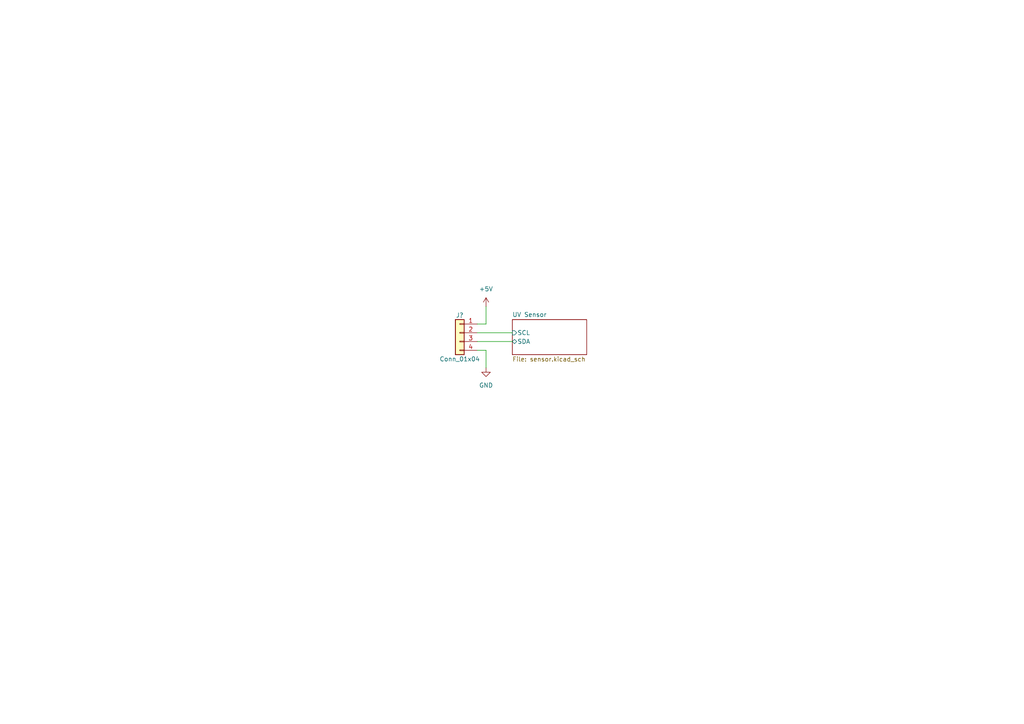
<source format=kicad_sch>
(kicad_sch (version 20211123) (generator eeschema)
  (paper "A4")
  (lib_symbols
    (symbol "Connector_Generic:Conn_01x04" (pin_names (offset 1.016) hide)
      (property "Reference" "J" (at 0 5.08 0))
      (property "Value" "Conn_01x04" (at 0 -7.62 0))
      (symbol "Conn_01x04_1_1"
        (rectangle (start -1.27 -4.953) (end 0 -5.207) (stroke (width 0.1524)))
        (rectangle (start -1.27 -2.413) (end 0 -2.667) (stroke (width 0.1524)))
        (rectangle (start -1.27 0.127) (end 0 -0.127) (stroke (width 0.1524)))
        (rectangle (start -1.27 2.667) (end 0 2.413) (stroke (width 0.1524)))
        (rectangle (start -1.27 3.81) (end 1.27 -6.35) (stroke (width 0.254)) (fill (type background)))
        (pin passive line (at -5.08 2.54 0) (length 3.81) (name "Pin_1") (number "1"))
        (pin passive line (at -5.08 0 0) (length 3.81) (name "Pin_2") (number "2"))
        (pin passive line (at -5.08 -2.54 0) (length 3.81) (name "Pin_3") (number "3"))
        (pin passive line (at -5.08 -5.08 0) (length 3.81) (name "Pin_4") (number "4"))
      )
    )
    (symbol "power:+5V" (power) (pin_names (offset 0))
      (property "Value" "+5V" (at 0 3.556 0))
      (symbol "+5V_0_1"
        (polyline (pts (xy -0.762 1.27) (xy 0 2.54)))
        (polyline (pts (xy 0 0) (xy 0 2.54)))
        (polyline (pts (xy 0 2.54) (xy 0.762 1.27)))
      )
      (symbol "+5V_1_1"
        (pin power_in line (at 0 0 90) (length 0) hide (name "+5V") (number "1"))
      )
    )
    (symbol "power:GND" (power) (pin_names (offset 0))
      (property "Value" "GND" (at 0 -3.81 0))
      (symbol "GND_0_1"
        (polyline (pts (xy 0 0) (xy 0 -1.27) (xy 1.27 -1.27) (xy 0 -2.54) (xy -1.27 -1.27) (xy 0 -1.27)))
      )
      (symbol "GND_1_1"
        (pin power_in line (at 0 0 270) (length 0) hide (name "GND") (number "1"))
      )
    )
  )
  (wire (pts (xy 138.43 96.52) (xy 148.59 96.52)))
  (wire (pts (xy 138.43 101.6) (xy 140.97 101.6)))
  (wire (pts (xy 138.43 93.98) (xy 140.97 93.98)))
  (wire (pts (xy 140.97 93.98) (xy 140.97 88.9)))
  (wire (pts (xy 140.97 101.6) (xy 140.97 106.68)))
  (wire (pts (xy 138.43 99.06) (xy 148.59 99.06)))
  (symbol (lib_id "Connector_Generic:Conn_01x04") (at 133.35 96.52 0) (mirror y) (unit 1)
    (property "Reference" "J?" (at 133.35 91.44 0))
    (property "Value" "Conn_01x04" (at 133.35 104.14 0))
  )
  (symbol (lib_id "power:GND") (at 140.97 106.68 0) (unit 1)
    (property "Reference" "#PWR?" (effects hide))
    (property "Value" "GND" (at 140.97 111.76 0))
  )
  (symbol (lib_id "power:+5V") (at 140.97 88.9 0) (unit 1)
    (property "Reference" "#PWR?" (effects hide))
    (property "Value" "+5V" (at 140.97 83.82 0))
  )
  (sheet (at 148.59 92.71) (size 21.59 10.16) (stroke (width 0.1524))
    (property "Sheet name" "UV Sensor" (at 148.59 91.9984 0) (effects (justify left bottom)))
    (property "Sheet file" "sensor.kicad_sch" (at 148.59 103.4546 0) (effects (justify left top)))
    (pin "SCL" input (at 148.59 96.52 180))
    (pin "SDA" bidirectional (at 148.59 99.06 180))
  )
)
</source>
